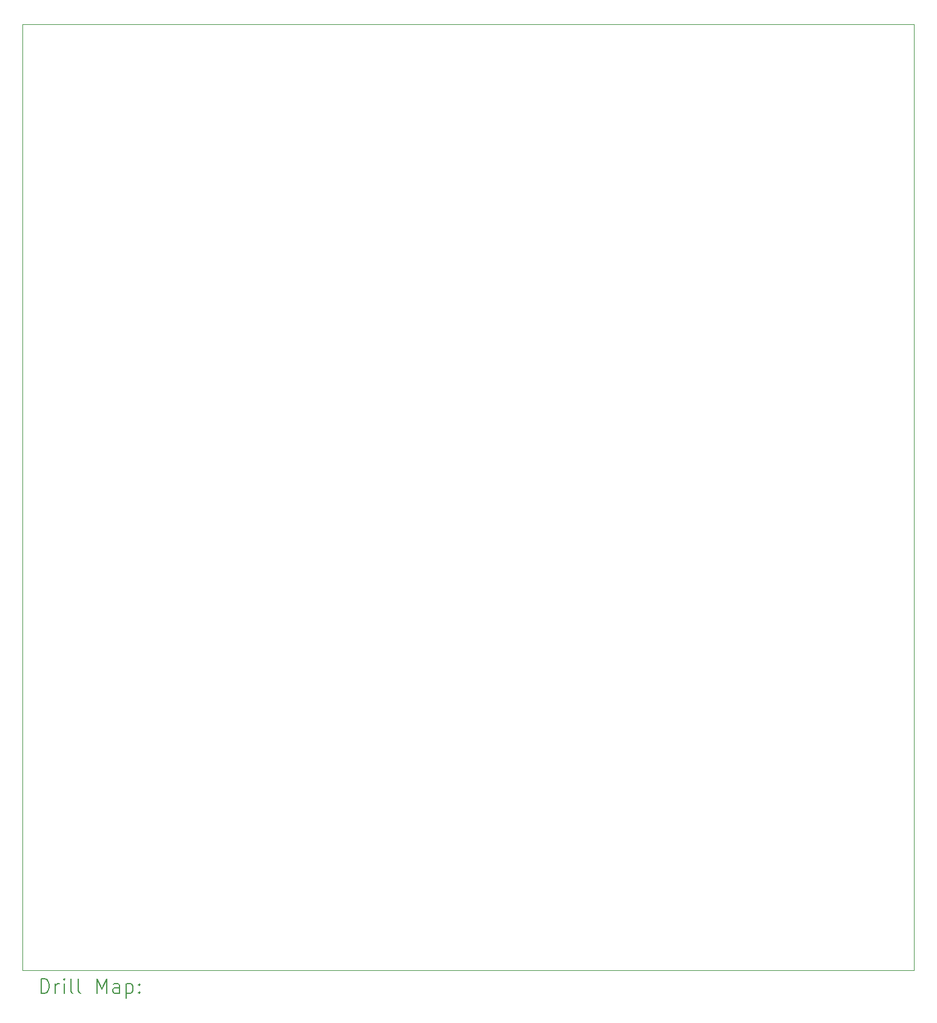
<source format=gbr>
%TF.GenerationSoftware,KiCad,Pcbnew,7.0.7-7.0.7~ubuntu22.04.1*%
%TF.CreationDate,2023-08-30T14:26:05-06:00*%
%TF.ProjectId,PWM_PCB,50574d5f-5043-4422-9e6b-696361645f70,rev?*%
%TF.SameCoordinates,Original*%
%TF.FileFunction,Drillmap*%
%TF.FilePolarity,Positive*%
%FSLAX45Y45*%
G04 Gerber Fmt 4.5, Leading zero omitted, Abs format (unit mm)*
G04 Created by KiCad (PCBNEW 7.0.7-7.0.7~ubuntu22.04.1) date 2023-08-30 14:26:05*
%MOMM*%
%LPD*%
G01*
G04 APERTURE LIST*
%ADD10C,0.100000*%
%ADD11C,0.200000*%
G04 APERTURE END LIST*
D10*
X8382000Y-2286000D02*
X20828000Y-2286000D01*
X20828000Y-15494000D01*
X8382000Y-15494000D01*
X8382000Y-2286000D01*
D11*
X8637777Y-15810484D02*
X8637777Y-15610484D01*
X8637777Y-15610484D02*
X8685396Y-15610484D01*
X8685396Y-15610484D02*
X8713967Y-15620008D01*
X8713967Y-15620008D02*
X8733015Y-15639055D01*
X8733015Y-15639055D02*
X8742539Y-15658103D01*
X8742539Y-15658103D02*
X8752063Y-15696198D01*
X8752063Y-15696198D02*
X8752063Y-15724769D01*
X8752063Y-15724769D02*
X8742539Y-15762865D01*
X8742539Y-15762865D02*
X8733015Y-15781912D01*
X8733015Y-15781912D02*
X8713967Y-15800960D01*
X8713967Y-15800960D02*
X8685396Y-15810484D01*
X8685396Y-15810484D02*
X8637777Y-15810484D01*
X8837777Y-15810484D02*
X8837777Y-15677150D01*
X8837777Y-15715246D02*
X8847301Y-15696198D01*
X8847301Y-15696198D02*
X8856824Y-15686674D01*
X8856824Y-15686674D02*
X8875872Y-15677150D01*
X8875872Y-15677150D02*
X8894920Y-15677150D01*
X8961586Y-15810484D02*
X8961586Y-15677150D01*
X8961586Y-15610484D02*
X8952063Y-15620008D01*
X8952063Y-15620008D02*
X8961586Y-15629531D01*
X8961586Y-15629531D02*
X8971110Y-15620008D01*
X8971110Y-15620008D02*
X8961586Y-15610484D01*
X8961586Y-15610484D02*
X8961586Y-15629531D01*
X9085396Y-15810484D02*
X9066348Y-15800960D01*
X9066348Y-15800960D02*
X9056824Y-15781912D01*
X9056824Y-15781912D02*
X9056824Y-15610484D01*
X9190158Y-15810484D02*
X9171110Y-15800960D01*
X9171110Y-15800960D02*
X9161586Y-15781912D01*
X9161586Y-15781912D02*
X9161586Y-15610484D01*
X9418729Y-15810484D02*
X9418729Y-15610484D01*
X9418729Y-15610484D02*
X9485396Y-15753341D01*
X9485396Y-15753341D02*
X9552063Y-15610484D01*
X9552063Y-15610484D02*
X9552063Y-15810484D01*
X9733015Y-15810484D02*
X9733015Y-15705722D01*
X9733015Y-15705722D02*
X9723491Y-15686674D01*
X9723491Y-15686674D02*
X9704444Y-15677150D01*
X9704444Y-15677150D02*
X9666348Y-15677150D01*
X9666348Y-15677150D02*
X9647301Y-15686674D01*
X9733015Y-15800960D02*
X9713967Y-15810484D01*
X9713967Y-15810484D02*
X9666348Y-15810484D01*
X9666348Y-15810484D02*
X9647301Y-15800960D01*
X9647301Y-15800960D02*
X9637777Y-15781912D01*
X9637777Y-15781912D02*
X9637777Y-15762865D01*
X9637777Y-15762865D02*
X9647301Y-15743817D01*
X9647301Y-15743817D02*
X9666348Y-15734293D01*
X9666348Y-15734293D02*
X9713967Y-15734293D01*
X9713967Y-15734293D02*
X9733015Y-15724769D01*
X9828253Y-15677150D02*
X9828253Y-15877150D01*
X9828253Y-15686674D02*
X9847301Y-15677150D01*
X9847301Y-15677150D02*
X9885396Y-15677150D01*
X9885396Y-15677150D02*
X9904444Y-15686674D01*
X9904444Y-15686674D02*
X9913967Y-15696198D01*
X9913967Y-15696198D02*
X9923491Y-15715246D01*
X9923491Y-15715246D02*
X9923491Y-15772388D01*
X9923491Y-15772388D02*
X9913967Y-15791436D01*
X9913967Y-15791436D02*
X9904444Y-15800960D01*
X9904444Y-15800960D02*
X9885396Y-15810484D01*
X9885396Y-15810484D02*
X9847301Y-15810484D01*
X9847301Y-15810484D02*
X9828253Y-15800960D01*
X10009205Y-15791436D02*
X10018729Y-15800960D01*
X10018729Y-15800960D02*
X10009205Y-15810484D01*
X10009205Y-15810484D02*
X9999682Y-15800960D01*
X9999682Y-15800960D02*
X10009205Y-15791436D01*
X10009205Y-15791436D02*
X10009205Y-15810484D01*
X10009205Y-15686674D02*
X10018729Y-15696198D01*
X10018729Y-15696198D02*
X10009205Y-15705722D01*
X10009205Y-15705722D02*
X9999682Y-15696198D01*
X9999682Y-15696198D02*
X10009205Y-15686674D01*
X10009205Y-15686674D02*
X10009205Y-15705722D01*
M02*

</source>
